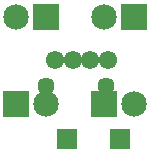
<source format=gbs>
G04 MADE WITH FRITZING*
G04 WWW.FRITZING.ORG*
G04 DOUBLE SIDED*
G04 HOLES PLATED*
G04 CONTOUR ON CENTER OF CONTOUR VECTOR*
%ASAXBY*%
%FSLAX23Y23*%
%MOIN*%
%OFA0B0*%
%SFA1.0B1.0*%
%ADD10C,0.085000*%
%ADD11C,0.061181*%
%ADD12C,0.057244*%
%ADD13R,0.085000X0.085000*%
%ADD14R,0.069055X0.069055*%
%LNMASK0*%
G90*
G70*
G54D10*
X388Y156D03*
X488Y156D03*
X95Y156D03*
X195Y156D03*
X195Y447D03*
X95Y447D03*
X488Y447D03*
X388Y447D03*
G54D11*
X401Y301D03*
X342Y301D03*
X283Y301D03*
X224Y301D03*
G54D12*
X394Y216D03*
X194Y216D03*
G54D13*
X388Y156D03*
X95Y156D03*
X195Y447D03*
X488Y447D03*
G54D14*
X439Y40D03*
X265Y39D03*
G04 End of Mask0*
M02*
</source>
